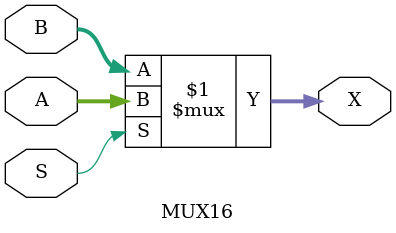
<source format=v>
module MUX16(X, A, B, S);
   parameter WIDTH=16;     // How many bits wide are the lines

   output [WIDTH-1:0] X;   // The output line

   input [WIDTH-1:0]  A;  // Input line with id 1'b1
   input [WIDTH-1:0]  B;  // Input line with id 1'b0
   input 	      S;  // Selection bit
   
	assign X = S ? A : B;
endmodule // multiplexer_2_1

//if S=0; select A
</source>
